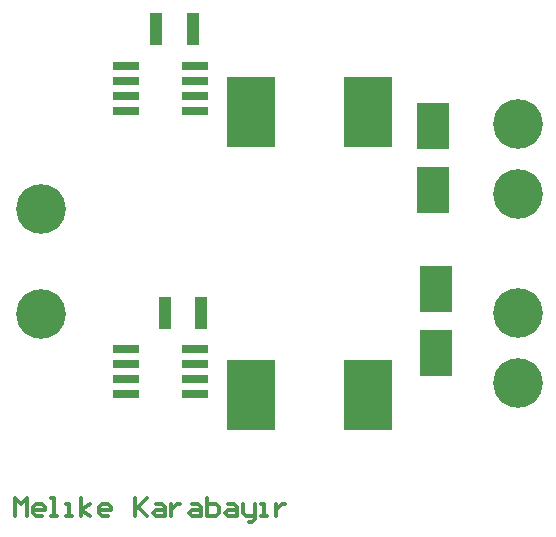
<source format=gts>
G04*
G04 #@! TF.GenerationSoftware,Altium Limited,Altium Designer,23.3.1 (30)*
G04*
G04 Layer_Color=8388736*
%FSLAX44Y44*%
%MOMM*%
G71*
G04*
G04 #@! TF.SameCoordinates,8D2347DA-786F-44A1-B396-5F802EE38B7C*
G04*
G04*
G04 #@! TF.FilePolarity,Negative*
G04*
G01*
G75*
%ADD16C,0.3000*%
%ADD17R,2.3032X0.8032*%
%ADD18R,1.1032X2.7032*%
%ADD19R,4.0532X6.0032*%
%ADD20R,2.7532X3.9532*%
%ADD21C,4.2032*%
D16*
X23750Y27328D02*
Y42563D01*
X28828Y37485D01*
X33907Y42563D01*
Y27328D01*
X46603D02*
X41524D01*
X38985Y29867D01*
Y34946D01*
X41524Y37485D01*
X46603D01*
X49142Y34946D01*
Y32407D01*
X38985D01*
X54220Y27328D02*
X59299D01*
X56759D01*
Y42563D01*
X54220D01*
X66916Y27328D02*
X71994D01*
X69455D01*
Y37485D01*
X66916D01*
X79612Y27328D02*
Y42563D01*
Y32407D02*
X87229Y37485D01*
X79612Y32407D02*
X87229Y27328D01*
X102465D02*
X97386D01*
X94847Y29867D01*
Y34946D01*
X97386Y37485D01*
X102465D01*
X105004Y34946D01*
Y32407D01*
X94847D01*
X125317Y42563D02*
Y27328D01*
Y32407D01*
X135474Y42563D01*
X127856Y34946D01*
X135474Y27328D01*
X143091Y37485D02*
X148170D01*
X150709Y34946D01*
Y27328D01*
X143091D01*
X140552Y29867D01*
X143091Y32407D01*
X150709D01*
X155787Y37485D02*
Y27328D01*
Y32407D01*
X158327Y34946D01*
X160866Y37485D01*
X163405D01*
X173561D02*
X178640D01*
X181179Y34946D01*
Y27328D01*
X173561D01*
X171022Y29867D01*
X173561Y32407D01*
X181179D01*
X186257Y42563D02*
Y27328D01*
X193875D01*
X196414Y29867D01*
Y32407D01*
Y34946D01*
X193875Y37485D01*
X186257D01*
X204032D02*
X209110D01*
X211649Y34946D01*
Y27328D01*
X204032D01*
X201493Y29867D01*
X204032Y32407D01*
X211649D01*
X216728Y37485D02*
Y29867D01*
X219267Y27328D01*
X226884D01*
Y24789D01*
X224345Y22250D01*
X221806D01*
X226884Y27328D02*
Y37485D01*
X231963Y27328D02*
X237041D01*
X234502D01*
Y37485D01*
X231963D01*
X244659D02*
Y27328D01*
Y32407D01*
X247198Y34946D01*
X249737Y37485D01*
X252276D01*
D17*
X118000Y409000D02*
D03*
Y396300D02*
D03*
Y383600D02*
D03*
Y370900D02*
D03*
X176000D02*
D03*
Y383600D02*
D03*
Y396300D02*
D03*
Y409000D02*
D03*
X176000Y169050D02*
D03*
Y156350D02*
D03*
Y143650D02*
D03*
Y130950D02*
D03*
X118000D02*
D03*
Y143650D02*
D03*
Y156350D02*
D03*
Y169050D02*
D03*
D18*
X174500Y440000D02*
D03*
X143500D02*
D03*
X150500Y200000D02*
D03*
X181500D02*
D03*
D19*
X322750Y130000D02*
D03*
X223250D02*
D03*
X322750Y370000D02*
D03*
X223250D02*
D03*
D20*
X380000Y220000D02*
D03*
Y166000D02*
D03*
X378000Y358000D02*
D03*
Y304000D02*
D03*
D21*
X46000Y288000D02*
D03*
X450000Y200000D02*
D03*
Y140000D02*
D03*
Y300000D02*
D03*
Y360000D02*
D03*
X46000Y199000D02*
D03*
M02*

</source>
